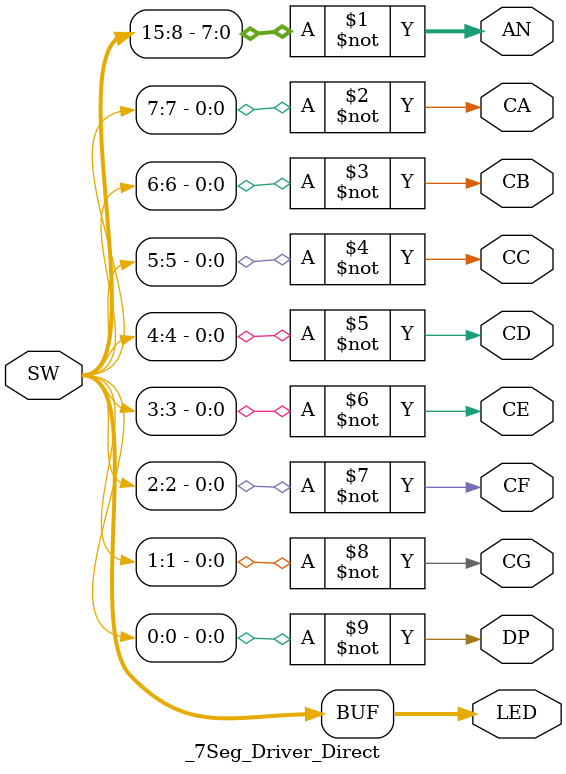
<source format=v>
`timescale 1ns / 1ps

module _7Seg_Driver_Direct(SW, CA, CB, CC, CD, CE, CF, CG, DP, AN, LED);
    input [15:0] SW;                        //²¦¶¯¿ª¹Ø£¬ÊäÈë
    output CA, CB, CC, CD, CE, CF, CG, DP;  //Æß¶ÎÊýÂë¹ÜÇý¶¯£¬µÍµçÆ½ÓÐÐ§
    output [7:0] AN;                        //Æß¶ÎÊýÂë¹ÜÆ¬Ñ¡ÐÅºÅ£¬µÍµçÆ½ÓÐÐ§
    output [15:0] LED;                      //LEDÏÔÊ¾£¬¸ßµçÆ½ÓÐÐ§

    assign LED[15:0] = SW[15:0];

    assign AN[7:0] = ~SW[15:8];

    assign CA = ~SW[7];
    assign CB = ~SW[6];
    assign CC = ~SW[5];
    assign CD = ~SW[4];
    assign CE = ~SW[3];
    assign CF = ~SW[2];
    assign CG = ~SW[1];
    assign DP = ~SW[0];


endmodule
</source>
